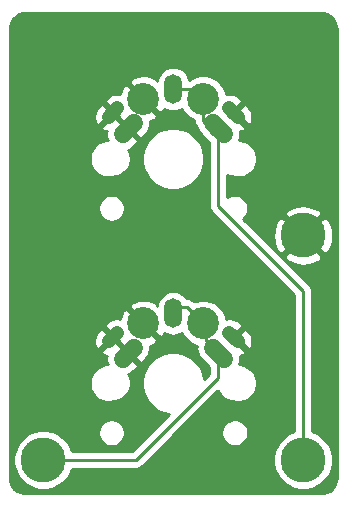
<source format=gbr>
G04 #@! TF.GenerationSoftware,KiCad,Pcbnew,(5.1.2)-2*
G04 #@! TF.CreationDate,2020-04-16T23:41:48+09:00*
G04 #@! TF.ProjectId,17mm ProMicro Cover,31376d6d-2050-4726-9f4d-6963726f2043,rev?*
G04 #@! TF.SameCoordinates,Original*
G04 #@! TF.FileFunction,Copper,L1,Top*
G04 #@! TF.FilePolarity,Positive*
%FSLAX46Y46*%
G04 Gerber Fmt 4.6, Leading zero omitted, Abs format (unit mm)*
G04 Created by KiCad (PCBNEW (5.1.2)-2) date 2020-04-16 23:41:48*
%MOMM*%
%LPD*%
G04 APERTURE LIST*
%ADD10C,3.800000*%
%ADD11O,1.500000X2.500000*%
%ADD12C,1.200000*%
%ADD13C,1.200000*%
%ADD14C,1.500000*%
%ADD15C,1.500000*%
%ADD16C,2.700000*%
%ADD17C,0.250000*%
%ADD18C,0.254000*%
G04 APERTURE END LIST*
D10*
X165500000Y-118500000D03*
X165500000Y-99500000D03*
X143500000Y-118500000D03*
D11*
X154500000Y-87100000D03*
D12*
X159600000Y-89100000D03*
D13*
X159246447Y-88746447D02*
X159953553Y-89453553D01*
D12*
X149400000Y-89100000D03*
D13*
X149046447Y-89453553D02*
X149753553Y-88746447D01*
D14*
X150690000Y-90460000D03*
D15*
X150230381Y-90919619D02*
X151149619Y-90000381D01*
D14*
X158310000Y-90460000D03*
D15*
X157850381Y-90000381D02*
X158769619Y-90919619D01*
D16*
X151960000Y-87920000D03*
X157040000Y-87920000D03*
X157040000Y-106920000D03*
X151960000Y-106920000D03*
D14*
X158310000Y-109460000D03*
D15*
X157850381Y-109000381D02*
X158769619Y-109919619D01*
D14*
X150690000Y-109460000D03*
D15*
X150230381Y-109919619D02*
X151149619Y-109000381D01*
D12*
X149400000Y-108100000D03*
D13*
X149046447Y-108453553D02*
X149753553Y-107746447D01*
D12*
X159600000Y-108100000D03*
D13*
X159246447Y-107746447D02*
X159953553Y-108453553D01*
D11*
X154500000Y-106100000D03*
D17*
X156220000Y-87100000D02*
X157040000Y-87920000D01*
X154500000Y-87100000D02*
X156220000Y-87100000D01*
X157670812Y-90460000D02*
X158310000Y-90460000D01*
X157040000Y-89829188D02*
X157670812Y-90460000D01*
X157040000Y-87920000D02*
X157040000Y-89829188D01*
X165500000Y-115812995D02*
X165500000Y-118500000D01*
X165500000Y-104201002D02*
X165500000Y-115812995D01*
X158310000Y-97011002D02*
X165500000Y-104201002D01*
X158310000Y-90460000D02*
X158310000Y-97011002D01*
X158310000Y-110609282D02*
X158310000Y-109460000D01*
X158310000Y-111530998D02*
X158310000Y-110609282D01*
X151340998Y-118500000D02*
X158310000Y-111530998D01*
X143500000Y-118500000D02*
X151340998Y-118500000D01*
X157249341Y-107129341D02*
X157040000Y-106920000D01*
X157249341Y-108399341D02*
X157249341Y-107129341D01*
X158310000Y-109460000D02*
X157249341Y-108399341D01*
X155029999Y-105570001D02*
X154500000Y-106100000D01*
X155690001Y-105570001D02*
X155029999Y-105570001D01*
X157040000Y-106920000D02*
X155690001Y-105570001D01*
D18*
G36*
X167259659Y-80688625D02*
G01*
X167509429Y-80764035D01*
X167739792Y-80886522D01*
X167941980Y-81051422D01*
X168108286Y-81252450D01*
X168232378Y-81481954D01*
X168309531Y-81731195D01*
X168340000Y-82021089D01*
X168340001Y-119967711D01*
X168311375Y-120259660D01*
X168235965Y-120509429D01*
X168113477Y-120739794D01*
X167948579Y-120941979D01*
X167747546Y-121108288D01*
X167518046Y-121232378D01*
X167268805Y-121309531D01*
X166978911Y-121340000D01*
X142032279Y-121340000D01*
X141740340Y-121311375D01*
X141490571Y-121235965D01*
X141260206Y-121113477D01*
X141058021Y-120948579D01*
X140891712Y-120747546D01*
X140767622Y-120518046D01*
X140690469Y-120268805D01*
X140660000Y-119978911D01*
X140660000Y-118250324D01*
X140965000Y-118250324D01*
X140965000Y-118749676D01*
X141062418Y-119239432D01*
X141253512Y-119700773D01*
X141530937Y-120115968D01*
X141884032Y-120469063D01*
X142299227Y-120746488D01*
X142760568Y-120937582D01*
X143250324Y-121035000D01*
X143749676Y-121035000D01*
X144239432Y-120937582D01*
X144700773Y-120746488D01*
X145115968Y-120469063D01*
X145469063Y-120115968D01*
X145746488Y-119700773D01*
X145929062Y-119260000D01*
X151303676Y-119260000D01*
X151340998Y-119263676D01*
X151378320Y-119260000D01*
X151378331Y-119260000D01*
X151489984Y-119249003D01*
X151633245Y-119205546D01*
X151765274Y-119134974D01*
X151880999Y-119040001D01*
X151904802Y-119010997D01*
X154827587Y-116088212D01*
X158585000Y-116088212D01*
X158585000Y-116311788D01*
X158628617Y-116531067D01*
X158714176Y-116737624D01*
X158838388Y-116923520D01*
X158996480Y-117081612D01*
X159182376Y-117205824D01*
X159388933Y-117291383D01*
X159608212Y-117335000D01*
X159831788Y-117335000D01*
X160051067Y-117291383D01*
X160257624Y-117205824D01*
X160443520Y-117081612D01*
X160601612Y-116923520D01*
X160725824Y-116737624D01*
X160811383Y-116531067D01*
X160855000Y-116311788D01*
X160855000Y-116088212D01*
X160811383Y-115868933D01*
X160725824Y-115662376D01*
X160601612Y-115476480D01*
X160443520Y-115318388D01*
X160257624Y-115194176D01*
X160051067Y-115108617D01*
X159831788Y-115065000D01*
X159608212Y-115065000D01*
X159388933Y-115108617D01*
X159182376Y-115194176D01*
X158996480Y-115318388D01*
X158838388Y-115476480D01*
X158714176Y-115662376D01*
X158628617Y-115868933D01*
X158585000Y-116088212D01*
X154827587Y-116088212D01*
X158248891Y-112666909D01*
X158264010Y-112703411D01*
X158426525Y-112946632D01*
X158633368Y-113153475D01*
X158876589Y-113315990D01*
X159146842Y-113427932D01*
X159433740Y-113485000D01*
X159443303Y-113485000D01*
X159537673Y-113524089D01*
X159843891Y-113585000D01*
X160156109Y-113585000D01*
X160462327Y-113524089D01*
X160750779Y-113404609D01*
X161010379Y-113231150D01*
X161231150Y-113010379D01*
X161404609Y-112750779D01*
X161524089Y-112462327D01*
X161585000Y-112156109D01*
X161585000Y-111843891D01*
X161524089Y-111537673D01*
X161404609Y-111249221D01*
X161231150Y-110989621D01*
X161010379Y-110768850D01*
X160750779Y-110595391D01*
X160462327Y-110475911D01*
X160156109Y-110415000D01*
X160066667Y-110415000D01*
X160134579Y-110191126D01*
X160161319Y-109919619D01*
X160137423Y-109676986D01*
X160319048Y-109640046D01*
X160543499Y-109545944D01*
X160572875Y-109522042D01*
X160619458Y-109299063D01*
X159600000Y-108279605D01*
X159585858Y-108293748D01*
X159406253Y-108114143D01*
X159420395Y-108100000D01*
X159779605Y-108100000D01*
X160799063Y-109119458D01*
X161022042Y-109072875D01*
X161045944Y-109043499D01*
X161140046Y-108819048D01*
X161188552Y-108580553D01*
X161189599Y-108337176D01*
X161143145Y-108098272D01*
X161050975Y-107873021D01*
X160916633Y-107670079D01*
X160563079Y-107316526D01*
X159779605Y-108100000D01*
X159420395Y-108100000D01*
X159406253Y-108085858D01*
X159585858Y-107906253D01*
X159600000Y-107920395D01*
X160383474Y-107136921D01*
X160029921Y-106783367D01*
X159826979Y-106649025D01*
X159601728Y-106556855D01*
X159362824Y-106510401D01*
X159119447Y-106511448D01*
X158987943Y-106538194D01*
X158948718Y-106340997D01*
X158799085Y-105979750D01*
X158581851Y-105654636D01*
X158305364Y-105378149D01*
X157980250Y-105160915D01*
X157619003Y-105011282D01*
X157235505Y-104935000D01*
X156844495Y-104935000D01*
X156460997Y-105011282D01*
X156280745Y-105085944D01*
X156253805Y-105059004D01*
X156230002Y-105030000D01*
X156114277Y-104935027D01*
X155982248Y-104864455D01*
X155838987Y-104820998D01*
X155727334Y-104810001D01*
X155727323Y-104810001D01*
X155690001Y-104806325D01*
X155652679Y-104810001D01*
X155643360Y-104810001D01*
X155484080Y-104615919D01*
X155273187Y-104442843D01*
X155032580Y-104314236D01*
X154771506Y-104235040D01*
X154500000Y-104208299D01*
X154228493Y-104235040D01*
X153967419Y-104314236D01*
X153726812Y-104442843D01*
X153515919Y-104615920D01*
X153342843Y-104826813D01*
X153214236Y-105067420D01*
X153135040Y-105328494D01*
X153123607Y-105444579D01*
X153027276Y-105234956D01*
X152678033Y-105059118D01*
X152301196Y-104954793D01*
X151911247Y-104925991D01*
X151523172Y-104973816D01*
X151151884Y-105096432D01*
X150892724Y-105234956D01*
X150754767Y-105535162D01*
X151960000Y-106740395D01*
X151974143Y-106726253D01*
X152153748Y-106905858D01*
X152139605Y-106920000D01*
X153344838Y-108125233D01*
X153645044Y-107987276D01*
X153753676Y-107771515D01*
X153967420Y-107885764D01*
X154228494Y-107964960D01*
X154500000Y-107991701D01*
X154771507Y-107964960D01*
X155032581Y-107885764D01*
X155244553Y-107772463D01*
X155280915Y-107860250D01*
X155498149Y-108185364D01*
X155774636Y-108461851D01*
X156099750Y-108679085D01*
X156460997Y-108828718D01*
X156475307Y-108831564D01*
X156458681Y-109000381D01*
X156485421Y-109271888D01*
X156564617Y-109532961D01*
X156693225Y-109773569D01*
X156822929Y-109931614D01*
X157550001Y-110658686D01*
X157550000Y-111216196D01*
X157116870Y-111649327D01*
X157033739Y-111231399D01*
X156835107Y-110751859D01*
X156546738Y-110320285D01*
X156179715Y-109953262D01*
X155748141Y-109664893D01*
X155268601Y-109466261D01*
X154759525Y-109365000D01*
X154240475Y-109365000D01*
X153731399Y-109466261D01*
X153251859Y-109664893D01*
X152820285Y-109953262D01*
X152453262Y-110320285D01*
X152164893Y-110751859D01*
X151966261Y-111231399D01*
X151865000Y-111740475D01*
X151865000Y-112259525D01*
X151966261Y-112768601D01*
X152164893Y-113248141D01*
X152453262Y-113679715D01*
X152820285Y-114046738D01*
X153251859Y-114335107D01*
X153731399Y-114533739D01*
X154149327Y-114616870D01*
X151026197Y-117740000D01*
X145929062Y-117740000D01*
X145746488Y-117299227D01*
X145469063Y-116884032D01*
X145115968Y-116530937D01*
X144700773Y-116253512D01*
X144301705Y-116088212D01*
X148145000Y-116088212D01*
X148145000Y-116311788D01*
X148188617Y-116531067D01*
X148274176Y-116737624D01*
X148398388Y-116923520D01*
X148556480Y-117081612D01*
X148742376Y-117205824D01*
X148948933Y-117291383D01*
X149168212Y-117335000D01*
X149391788Y-117335000D01*
X149611067Y-117291383D01*
X149817624Y-117205824D01*
X150003520Y-117081612D01*
X150161612Y-116923520D01*
X150285824Y-116737624D01*
X150371383Y-116531067D01*
X150415000Y-116311788D01*
X150415000Y-116088212D01*
X150371383Y-115868933D01*
X150285824Y-115662376D01*
X150161612Y-115476480D01*
X150003520Y-115318388D01*
X149817624Y-115194176D01*
X149611067Y-115108617D01*
X149391788Y-115065000D01*
X149168212Y-115065000D01*
X148948933Y-115108617D01*
X148742376Y-115194176D01*
X148556480Y-115318388D01*
X148398388Y-115476480D01*
X148274176Y-115662376D01*
X148188617Y-115868933D01*
X148145000Y-116088212D01*
X144301705Y-116088212D01*
X144239432Y-116062418D01*
X143749676Y-115965000D01*
X143250324Y-115965000D01*
X142760568Y-116062418D01*
X142299227Y-116253512D01*
X141884032Y-116530937D01*
X141530937Y-116884032D01*
X141253512Y-117299227D01*
X141062418Y-117760568D01*
X140965000Y-118250324D01*
X140660000Y-118250324D01*
X140660000Y-111843891D01*
X147415000Y-111843891D01*
X147415000Y-112156109D01*
X147475911Y-112462327D01*
X147595391Y-112750779D01*
X147768850Y-113010379D01*
X147989621Y-113231150D01*
X148249221Y-113404609D01*
X148537673Y-113524089D01*
X148843891Y-113585000D01*
X149156109Y-113585000D01*
X149462327Y-113524089D01*
X149556697Y-113485000D01*
X149566260Y-113485000D01*
X149853158Y-113427932D01*
X150123411Y-113315990D01*
X150366632Y-113153475D01*
X150573475Y-112946632D01*
X150735990Y-112703411D01*
X150847932Y-112433158D01*
X150905000Y-112146260D01*
X150905000Y-111853740D01*
X150847932Y-111566842D01*
X150735990Y-111296589D01*
X150690115Y-111227932D01*
X150894249Y-111141762D01*
X151119921Y-110988765D01*
X151579540Y-110529145D01*
X150690000Y-109639605D01*
X150675858Y-109653748D01*
X150496253Y-109474143D01*
X150510395Y-109460000D01*
X150148474Y-109098079D01*
X150183474Y-109063079D01*
X149400000Y-108279605D01*
X148380542Y-109299063D01*
X148427125Y-109522042D01*
X148456501Y-109545944D01*
X148680952Y-109640046D01*
X148867005Y-109677886D01*
X148847217Y-109773979D01*
X148845381Y-110046619D01*
X148896770Y-110314379D01*
X148937657Y-110415000D01*
X148843891Y-110415000D01*
X148537673Y-110475911D01*
X148249221Y-110595391D01*
X147989621Y-110768850D01*
X147768850Y-110989621D01*
X147595391Y-111249221D01*
X147475911Y-111537673D01*
X147415000Y-111843891D01*
X140660000Y-111843891D01*
X140660000Y-108337176D01*
X147810401Y-108337176D01*
X147811448Y-108580553D01*
X147859954Y-108819048D01*
X147954056Y-109043499D01*
X147977958Y-109072875D01*
X148200937Y-109119458D01*
X149220395Y-108100000D01*
X148436921Y-107316526D01*
X148083367Y-107670079D01*
X147949025Y-107873021D01*
X147856855Y-108098272D01*
X147810401Y-108337176D01*
X140660000Y-108337176D01*
X140660000Y-107136921D01*
X148616526Y-107136921D01*
X149400000Y-107920395D01*
X149414143Y-107906253D01*
X149593748Y-108085858D01*
X149579605Y-108100000D01*
X149835460Y-108355855D01*
X149800460Y-108390855D01*
X150690000Y-109280395D01*
X150704143Y-109266253D01*
X150883748Y-109445858D01*
X150869605Y-109460000D01*
X151759145Y-110349540D01*
X152218765Y-109889921D01*
X152371762Y-109664249D01*
X152477793Y-109413064D01*
X152532783Y-109146021D01*
X152534619Y-108873381D01*
X152525107Y-108823820D01*
X152768116Y-108743568D01*
X153027276Y-108605044D01*
X153165233Y-108304838D01*
X151960000Y-107099605D01*
X151945858Y-107113748D01*
X151766253Y-106934143D01*
X151780395Y-106920000D01*
X150575162Y-105714767D01*
X150274956Y-105852724D01*
X150099118Y-106201967D01*
X150006357Y-106537034D01*
X149880553Y-106511448D01*
X149637176Y-106510401D01*
X149398272Y-106556855D01*
X149173021Y-106649025D01*
X148970079Y-106783367D01*
X148616526Y-107136921D01*
X140660000Y-107136921D01*
X140660000Y-97088212D01*
X148145000Y-97088212D01*
X148145000Y-97311788D01*
X148188617Y-97531067D01*
X148274176Y-97737624D01*
X148398388Y-97923520D01*
X148556480Y-98081612D01*
X148742376Y-98205824D01*
X148948933Y-98291383D01*
X149168212Y-98335000D01*
X149391788Y-98335000D01*
X149611067Y-98291383D01*
X149817624Y-98205824D01*
X150003520Y-98081612D01*
X150161612Y-97923520D01*
X150285824Y-97737624D01*
X150371383Y-97531067D01*
X150415000Y-97311788D01*
X150415000Y-97088212D01*
X150371383Y-96868933D01*
X150285824Y-96662376D01*
X150161612Y-96476480D01*
X150003520Y-96318388D01*
X149817624Y-96194176D01*
X149611067Y-96108617D01*
X149391788Y-96065000D01*
X149168212Y-96065000D01*
X148948933Y-96108617D01*
X148742376Y-96194176D01*
X148556480Y-96318388D01*
X148398388Y-96476480D01*
X148274176Y-96662376D01*
X148188617Y-96868933D01*
X148145000Y-97088212D01*
X140660000Y-97088212D01*
X140660000Y-92843891D01*
X147415000Y-92843891D01*
X147415000Y-93156109D01*
X147475911Y-93462327D01*
X147595391Y-93750779D01*
X147768850Y-94010379D01*
X147989621Y-94231150D01*
X148249221Y-94404609D01*
X148537673Y-94524089D01*
X148843891Y-94585000D01*
X149156109Y-94585000D01*
X149462327Y-94524089D01*
X149556697Y-94485000D01*
X149566260Y-94485000D01*
X149853158Y-94427932D01*
X150123411Y-94315990D01*
X150366632Y-94153475D01*
X150573475Y-93946632D01*
X150735990Y-93703411D01*
X150847932Y-93433158D01*
X150905000Y-93146260D01*
X150905000Y-92853740D01*
X150882471Y-92740475D01*
X151865000Y-92740475D01*
X151865000Y-93259525D01*
X151966261Y-93768601D01*
X152164893Y-94248141D01*
X152453262Y-94679715D01*
X152820285Y-95046738D01*
X153251859Y-95335107D01*
X153731399Y-95533739D01*
X154240475Y-95635000D01*
X154759525Y-95635000D01*
X155268601Y-95533739D01*
X155748141Y-95335107D01*
X156179715Y-95046738D01*
X156546738Y-94679715D01*
X156835107Y-94248141D01*
X157033739Y-93768601D01*
X157135000Y-93259525D01*
X157135000Y-92740475D01*
X157033739Y-92231399D01*
X156835107Y-91751859D01*
X156546738Y-91320285D01*
X156179715Y-90953262D01*
X155748141Y-90664893D01*
X155268601Y-90466261D01*
X154759525Y-90365000D01*
X154240475Y-90365000D01*
X153731399Y-90466261D01*
X153251859Y-90664893D01*
X152820285Y-90953262D01*
X152453262Y-91320285D01*
X152164893Y-91751859D01*
X151966261Y-92231399D01*
X151865000Y-92740475D01*
X150882471Y-92740475D01*
X150847932Y-92566842D01*
X150735990Y-92296589D01*
X150690115Y-92227932D01*
X150894249Y-92141762D01*
X151119921Y-91988765D01*
X151579540Y-91529145D01*
X150690000Y-90639605D01*
X150675858Y-90653748D01*
X150496253Y-90474143D01*
X150510395Y-90460000D01*
X150148474Y-90098079D01*
X150183474Y-90063079D01*
X149400000Y-89279605D01*
X148380542Y-90299063D01*
X148427125Y-90522042D01*
X148456501Y-90545944D01*
X148680952Y-90640046D01*
X148867005Y-90677886D01*
X148847217Y-90773979D01*
X148845381Y-91046619D01*
X148896770Y-91314379D01*
X148937657Y-91415000D01*
X148843891Y-91415000D01*
X148537673Y-91475911D01*
X148249221Y-91595391D01*
X147989621Y-91768850D01*
X147768850Y-91989621D01*
X147595391Y-92249221D01*
X147475911Y-92537673D01*
X147415000Y-92843891D01*
X140660000Y-92843891D01*
X140660000Y-89337176D01*
X147810401Y-89337176D01*
X147811448Y-89580553D01*
X147859954Y-89819048D01*
X147954056Y-90043499D01*
X147977958Y-90072875D01*
X148200937Y-90119458D01*
X149220395Y-89100000D01*
X148436921Y-88316526D01*
X148083367Y-88670079D01*
X147949025Y-88873021D01*
X147856855Y-89098272D01*
X147810401Y-89337176D01*
X140660000Y-89337176D01*
X140660000Y-88136921D01*
X148616526Y-88136921D01*
X149400000Y-88920395D01*
X149414143Y-88906253D01*
X149593748Y-89085858D01*
X149579605Y-89100000D01*
X149835460Y-89355855D01*
X149800460Y-89390855D01*
X150690000Y-90280395D01*
X150704143Y-90266253D01*
X150883748Y-90445858D01*
X150869605Y-90460000D01*
X151759145Y-91349540D01*
X152218765Y-90889921D01*
X152371762Y-90664249D01*
X152477793Y-90413064D01*
X152532783Y-90146021D01*
X152534619Y-89873381D01*
X152525107Y-89823820D01*
X152768116Y-89743568D01*
X153027276Y-89605044D01*
X153165233Y-89304838D01*
X151960000Y-88099605D01*
X151945858Y-88113748D01*
X151766253Y-87934143D01*
X151780395Y-87920000D01*
X150575162Y-86714767D01*
X150274956Y-86852724D01*
X150099118Y-87201967D01*
X150006357Y-87537034D01*
X149880553Y-87511448D01*
X149637176Y-87510401D01*
X149398272Y-87556855D01*
X149173021Y-87649025D01*
X148970079Y-87783367D01*
X148616526Y-88136921D01*
X140660000Y-88136921D01*
X140660000Y-86535162D01*
X150754767Y-86535162D01*
X151960000Y-87740395D01*
X151974143Y-87726253D01*
X152153748Y-87905858D01*
X152139605Y-87920000D01*
X153344838Y-89125233D01*
X153645044Y-88987276D01*
X153753676Y-88771515D01*
X153967420Y-88885764D01*
X154228494Y-88964960D01*
X154500000Y-88991701D01*
X154771507Y-88964960D01*
X155032581Y-88885764D01*
X155244553Y-88772463D01*
X155280915Y-88860250D01*
X155498149Y-89185364D01*
X155774636Y-89461851D01*
X156099750Y-89679085D01*
X156280001Y-89753747D01*
X156280001Y-89791856D01*
X156276324Y-89829188D01*
X156290998Y-89978173D01*
X156334454Y-90121434D01*
X156405026Y-90253464D01*
X156476201Y-90340190D01*
X156500000Y-90369189D01*
X156519888Y-90385511D01*
X156564617Y-90532961D01*
X156693225Y-90773569D01*
X156822929Y-90931614D01*
X157550000Y-91658685D01*
X157550001Y-96973670D01*
X157546324Y-97011002D01*
X157560998Y-97159987D01*
X157604454Y-97303248D01*
X157675026Y-97435278D01*
X157746201Y-97522004D01*
X157770000Y-97551003D01*
X157798998Y-97574801D01*
X164740000Y-104515804D01*
X164740001Y-115775653D01*
X164740000Y-115775663D01*
X164740000Y-116070938D01*
X164299227Y-116253512D01*
X163884032Y-116530937D01*
X163530937Y-116884032D01*
X163253512Y-117299227D01*
X163062418Y-117760568D01*
X162965000Y-118250324D01*
X162965000Y-118749676D01*
X163062418Y-119239432D01*
X163253512Y-119700773D01*
X163530937Y-120115968D01*
X163884032Y-120469063D01*
X164299227Y-120746488D01*
X164760568Y-120937582D01*
X165250324Y-121035000D01*
X165749676Y-121035000D01*
X166239432Y-120937582D01*
X166700773Y-120746488D01*
X167115968Y-120469063D01*
X167469063Y-120115968D01*
X167746488Y-119700773D01*
X167937582Y-119239432D01*
X168035000Y-118749676D01*
X168035000Y-118250324D01*
X167937582Y-117760568D01*
X167746488Y-117299227D01*
X167469063Y-116884032D01*
X167115968Y-116530937D01*
X166700773Y-116253512D01*
X166260000Y-116070938D01*
X166260000Y-104238335D01*
X166263677Y-104201002D01*
X166249003Y-104052016D01*
X166205546Y-103908755D01*
X166134974Y-103776726D01*
X166063799Y-103689999D01*
X166040001Y-103661001D01*
X166011004Y-103637204D01*
X163650149Y-101276349D01*
X163903256Y-101276349D01*
X164107362Y-101632867D01*
X164550223Y-101863575D01*
X165029583Y-102003452D01*
X165527021Y-102047123D01*
X166023422Y-101992909D01*
X166499707Y-101842894D01*
X166892638Y-101632867D01*
X167096744Y-101276349D01*
X165500000Y-99679605D01*
X163903256Y-101276349D01*
X163650149Y-101276349D01*
X161900821Y-99527021D01*
X162952877Y-99527021D01*
X163007091Y-100023422D01*
X163157106Y-100499707D01*
X163367133Y-100892638D01*
X163723651Y-101096744D01*
X165320395Y-99500000D01*
X165679605Y-99500000D01*
X167276349Y-101096744D01*
X167632867Y-100892638D01*
X167863575Y-100449777D01*
X168003452Y-99970417D01*
X168047123Y-99472979D01*
X167992909Y-98976578D01*
X167842894Y-98500293D01*
X167632867Y-98107362D01*
X167276349Y-97903256D01*
X165679605Y-99500000D01*
X165320395Y-99500000D01*
X163723651Y-97903256D01*
X163367133Y-98107362D01*
X163136425Y-98550223D01*
X162996548Y-99029583D01*
X162952877Y-99527021D01*
X161900821Y-99527021D01*
X160449466Y-98075666D01*
X160601612Y-97923520D01*
X160725824Y-97737624D01*
X160731611Y-97723651D01*
X163903256Y-97723651D01*
X165500000Y-99320395D01*
X167096744Y-97723651D01*
X166892638Y-97367133D01*
X166449777Y-97136425D01*
X165970417Y-96996548D01*
X165472979Y-96952877D01*
X164976578Y-97007091D01*
X164500293Y-97157106D01*
X164107362Y-97367133D01*
X163903256Y-97723651D01*
X160731611Y-97723651D01*
X160811383Y-97531067D01*
X160855000Y-97311788D01*
X160855000Y-97088212D01*
X160811383Y-96868933D01*
X160725824Y-96662376D01*
X160601612Y-96476480D01*
X160443520Y-96318388D01*
X160257624Y-96194176D01*
X160051067Y-96108617D01*
X159831788Y-96065000D01*
X159608212Y-96065000D01*
X159388933Y-96108617D01*
X159182376Y-96194176D01*
X159070000Y-96269263D01*
X159070000Y-94396103D01*
X159146842Y-94427932D01*
X159433740Y-94485000D01*
X159443303Y-94485000D01*
X159537673Y-94524089D01*
X159843891Y-94585000D01*
X160156109Y-94585000D01*
X160462327Y-94524089D01*
X160750779Y-94404609D01*
X161010379Y-94231150D01*
X161231150Y-94010379D01*
X161404609Y-93750779D01*
X161524089Y-93462327D01*
X161585000Y-93156109D01*
X161585000Y-92843891D01*
X161524089Y-92537673D01*
X161404609Y-92249221D01*
X161231150Y-91989621D01*
X161010379Y-91768850D01*
X160750779Y-91595391D01*
X160462327Y-91475911D01*
X160156109Y-91415000D01*
X160066667Y-91415000D01*
X160134579Y-91191126D01*
X160161319Y-90919619D01*
X160137423Y-90676986D01*
X160319048Y-90640046D01*
X160543499Y-90545944D01*
X160572875Y-90522042D01*
X160619458Y-90299063D01*
X159600000Y-89279605D01*
X159585858Y-89293748D01*
X159406253Y-89114143D01*
X159420395Y-89100000D01*
X159779605Y-89100000D01*
X160799063Y-90119458D01*
X161022042Y-90072875D01*
X161045944Y-90043499D01*
X161140046Y-89819048D01*
X161188552Y-89580553D01*
X161189599Y-89337176D01*
X161143145Y-89098272D01*
X161050975Y-88873021D01*
X160916633Y-88670079D01*
X160563079Y-88316526D01*
X159779605Y-89100000D01*
X159420395Y-89100000D01*
X159406253Y-89085858D01*
X159585858Y-88906253D01*
X159600000Y-88920395D01*
X160383474Y-88136921D01*
X160029921Y-87783367D01*
X159826979Y-87649025D01*
X159601728Y-87556855D01*
X159362824Y-87510401D01*
X159119447Y-87511448D01*
X158987943Y-87538194D01*
X158948718Y-87340997D01*
X158799085Y-86979750D01*
X158581851Y-86654636D01*
X158305364Y-86378149D01*
X157980250Y-86160915D01*
X157619003Y-86011282D01*
X157235505Y-85935000D01*
X156844495Y-85935000D01*
X156460997Y-86011282D01*
X156099750Y-86160915D01*
X155862262Y-86319599D01*
X155785764Y-86067419D01*
X155657157Y-85826812D01*
X155484080Y-85615919D01*
X155273187Y-85442843D01*
X155032580Y-85314236D01*
X154771506Y-85235040D01*
X154500000Y-85208299D01*
X154228493Y-85235040D01*
X153967419Y-85314236D01*
X153726812Y-85442843D01*
X153515919Y-85615920D01*
X153342843Y-85826813D01*
X153214236Y-86067420D01*
X153135040Y-86328494D01*
X153123607Y-86444579D01*
X153027276Y-86234956D01*
X152678033Y-86059118D01*
X152301196Y-85954793D01*
X151911247Y-85925991D01*
X151523172Y-85973816D01*
X151151884Y-86096432D01*
X150892724Y-86234956D01*
X150754767Y-86535162D01*
X140660000Y-86535162D01*
X140660000Y-82032279D01*
X140688625Y-81740341D01*
X140764035Y-81490571D01*
X140886522Y-81260208D01*
X141051422Y-81058020D01*
X141252450Y-80891714D01*
X141481954Y-80767622D01*
X141731195Y-80690469D01*
X142021088Y-80660000D01*
X166967721Y-80660000D01*
X167259659Y-80688625D01*
X167259659Y-80688625D01*
G37*
X167259659Y-80688625D02*
X167509429Y-80764035D01*
X167739792Y-80886522D01*
X167941980Y-81051422D01*
X168108286Y-81252450D01*
X168232378Y-81481954D01*
X168309531Y-81731195D01*
X168340000Y-82021089D01*
X168340001Y-119967711D01*
X168311375Y-120259660D01*
X168235965Y-120509429D01*
X168113477Y-120739794D01*
X167948579Y-120941979D01*
X167747546Y-121108288D01*
X167518046Y-121232378D01*
X167268805Y-121309531D01*
X166978911Y-121340000D01*
X142032279Y-121340000D01*
X141740340Y-121311375D01*
X141490571Y-121235965D01*
X141260206Y-121113477D01*
X141058021Y-120948579D01*
X140891712Y-120747546D01*
X140767622Y-120518046D01*
X140690469Y-120268805D01*
X140660000Y-119978911D01*
X140660000Y-118250324D01*
X140965000Y-118250324D01*
X140965000Y-118749676D01*
X141062418Y-119239432D01*
X141253512Y-119700773D01*
X141530937Y-120115968D01*
X141884032Y-120469063D01*
X142299227Y-120746488D01*
X142760568Y-120937582D01*
X143250324Y-121035000D01*
X143749676Y-121035000D01*
X144239432Y-120937582D01*
X144700773Y-120746488D01*
X145115968Y-120469063D01*
X145469063Y-120115968D01*
X145746488Y-119700773D01*
X145929062Y-119260000D01*
X151303676Y-119260000D01*
X151340998Y-119263676D01*
X151378320Y-119260000D01*
X151378331Y-119260000D01*
X151489984Y-119249003D01*
X151633245Y-119205546D01*
X151765274Y-119134974D01*
X151880999Y-119040001D01*
X151904802Y-119010997D01*
X154827587Y-116088212D01*
X158585000Y-116088212D01*
X158585000Y-116311788D01*
X158628617Y-116531067D01*
X158714176Y-116737624D01*
X158838388Y-116923520D01*
X158996480Y-117081612D01*
X159182376Y-117205824D01*
X159388933Y-117291383D01*
X159608212Y-117335000D01*
X159831788Y-117335000D01*
X160051067Y-117291383D01*
X160257624Y-117205824D01*
X160443520Y-117081612D01*
X160601612Y-116923520D01*
X160725824Y-116737624D01*
X160811383Y-116531067D01*
X160855000Y-116311788D01*
X160855000Y-116088212D01*
X160811383Y-115868933D01*
X160725824Y-115662376D01*
X160601612Y-115476480D01*
X160443520Y-115318388D01*
X160257624Y-115194176D01*
X160051067Y-115108617D01*
X159831788Y-115065000D01*
X159608212Y-115065000D01*
X159388933Y-115108617D01*
X159182376Y-115194176D01*
X158996480Y-115318388D01*
X158838388Y-115476480D01*
X158714176Y-115662376D01*
X158628617Y-115868933D01*
X158585000Y-116088212D01*
X154827587Y-116088212D01*
X158248891Y-112666909D01*
X158264010Y-112703411D01*
X158426525Y-112946632D01*
X158633368Y-113153475D01*
X158876589Y-113315990D01*
X159146842Y-113427932D01*
X159433740Y-113485000D01*
X159443303Y-113485000D01*
X159537673Y-113524089D01*
X159843891Y-113585000D01*
X160156109Y-113585000D01*
X160462327Y-113524089D01*
X160750779Y-113404609D01*
X161010379Y-113231150D01*
X161231150Y-113010379D01*
X161404609Y-112750779D01*
X161524089Y-112462327D01*
X161585000Y-112156109D01*
X161585000Y-111843891D01*
X161524089Y-111537673D01*
X161404609Y-111249221D01*
X161231150Y-110989621D01*
X161010379Y-110768850D01*
X160750779Y-110595391D01*
X160462327Y-110475911D01*
X160156109Y-110415000D01*
X160066667Y-110415000D01*
X160134579Y-110191126D01*
X160161319Y-109919619D01*
X160137423Y-109676986D01*
X160319048Y-109640046D01*
X160543499Y-109545944D01*
X160572875Y-109522042D01*
X160619458Y-109299063D01*
X159600000Y-108279605D01*
X159585858Y-108293748D01*
X159406253Y-108114143D01*
X159420395Y-108100000D01*
X159779605Y-108100000D01*
X160799063Y-109119458D01*
X161022042Y-109072875D01*
X161045944Y-109043499D01*
X161140046Y-108819048D01*
X161188552Y-108580553D01*
X161189599Y-108337176D01*
X161143145Y-108098272D01*
X161050975Y-107873021D01*
X160916633Y-107670079D01*
X160563079Y-107316526D01*
X159779605Y-108100000D01*
X159420395Y-108100000D01*
X159406253Y-108085858D01*
X159585858Y-107906253D01*
X159600000Y-107920395D01*
X160383474Y-107136921D01*
X160029921Y-106783367D01*
X159826979Y-106649025D01*
X159601728Y-106556855D01*
X159362824Y-106510401D01*
X159119447Y-106511448D01*
X158987943Y-106538194D01*
X158948718Y-106340997D01*
X158799085Y-105979750D01*
X158581851Y-105654636D01*
X158305364Y-105378149D01*
X157980250Y-105160915D01*
X157619003Y-105011282D01*
X157235505Y-104935000D01*
X156844495Y-104935000D01*
X156460997Y-105011282D01*
X156280745Y-105085944D01*
X156253805Y-105059004D01*
X156230002Y-105030000D01*
X156114277Y-104935027D01*
X155982248Y-104864455D01*
X155838987Y-104820998D01*
X155727334Y-104810001D01*
X155727323Y-104810001D01*
X155690001Y-104806325D01*
X155652679Y-104810001D01*
X155643360Y-104810001D01*
X155484080Y-104615919D01*
X155273187Y-104442843D01*
X155032580Y-104314236D01*
X154771506Y-104235040D01*
X154500000Y-104208299D01*
X154228493Y-104235040D01*
X153967419Y-104314236D01*
X153726812Y-104442843D01*
X153515919Y-104615920D01*
X153342843Y-104826813D01*
X153214236Y-105067420D01*
X153135040Y-105328494D01*
X153123607Y-105444579D01*
X153027276Y-105234956D01*
X152678033Y-105059118D01*
X152301196Y-104954793D01*
X151911247Y-104925991D01*
X151523172Y-104973816D01*
X151151884Y-105096432D01*
X150892724Y-105234956D01*
X150754767Y-105535162D01*
X151960000Y-106740395D01*
X151974143Y-106726253D01*
X152153748Y-106905858D01*
X152139605Y-106920000D01*
X153344838Y-108125233D01*
X153645044Y-107987276D01*
X153753676Y-107771515D01*
X153967420Y-107885764D01*
X154228494Y-107964960D01*
X154500000Y-107991701D01*
X154771507Y-107964960D01*
X155032581Y-107885764D01*
X155244553Y-107772463D01*
X155280915Y-107860250D01*
X155498149Y-108185364D01*
X155774636Y-108461851D01*
X156099750Y-108679085D01*
X156460997Y-108828718D01*
X156475307Y-108831564D01*
X156458681Y-109000381D01*
X156485421Y-109271888D01*
X156564617Y-109532961D01*
X156693225Y-109773569D01*
X156822929Y-109931614D01*
X157550001Y-110658686D01*
X157550000Y-111216196D01*
X157116870Y-111649327D01*
X157033739Y-111231399D01*
X156835107Y-110751859D01*
X156546738Y-110320285D01*
X156179715Y-109953262D01*
X155748141Y-109664893D01*
X155268601Y-109466261D01*
X154759525Y-109365000D01*
X154240475Y-109365000D01*
X153731399Y-109466261D01*
X153251859Y-109664893D01*
X152820285Y-109953262D01*
X152453262Y-110320285D01*
X152164893Y-110751859D01*
X151966261Y-111231399D01*
X151865000Y-111740475D01*
X151865000Y-112259525D01*
X151966261Y-112768601D01*
X152164893Y-113248141D01*
X152453262Y-113679715D01*
X152820285Y-114046738D01*
X153251859Y-114335107D01*
X153731399Y-114533739D01*
X154149327Y-114616870D01*
X151026197Y-117740000D01*
X145929062Y-117740000D01*
X145746488Y-117299227D01*
X145469063Y-116884032D01*
X145115968Y-116530937D01*
X144700773Y-116253512D01*
X144301705Y-116088212D01*
X148145000Y-116088212D01*
X148145000Y-116311788D01*
X148188617Y-116531067D01*
X148274176Y-116737624D01*
X148398388Y-116923520D01*
X148556480Y-117081612D01*
X148742376Y-117205824D01*
X148948933Y-117291383D01*
X149168212Y-117335000D01*
X149391788Y-117335000D01*
X149611067Y-117291383D01*
X149817624Y-117205824D01*
X150003520Y-117081612D01*
X150161612Y-116923520D01*
X150285824Y-116737624D01*
X150371383Y-116531067D01*
X150415000Y-116311788D01*
X150415000Y-116088212D01*
X150371383Y-115868933D01*
X150285824Y-115662376D01*
X150161612Y-115476480D01*
X150003520Y-115318388D01*
X149817624Y-115194176D01*
X149611067Y-115108617D01*
X149391788Y-115065000D01*
X149168212Y-115065000D01*
X148948933Y-115108617D01*
X148742376Y-115194176D01*
X148556480Y-115318388D01*
X148398388Y-115476480D01*
X148274176Y-115662376D01*
X148188617Y-115868933D01*
X148145000Y-116088212D01*
X144301705Y-116088212D01*
X144239432Y-116062418D01*
X143749676Y-115965000D01*
X143250324Y-115965000D01*
X142760568Y-116062418D01*
X142299227Y-116253512D01*
X141884032Y-116530937D01*
X141530937Y-116884032D01*
X141253512Y-117299227D01*
X141062418Y-117760568D01*
X140965000Y-118250324D01*
X140660000Y-118250324D01*
X140660000Y-111843891D01*
X147415000Y-111843891D01*
X147415000Y-112156109D01*
X147475911Y-112462327D01*
X147595391Y-112750779D01*
X147768850Y-113010379D01*
X147989621Y-113231150D01*
X148249221Y-113404609D01*
X148537673Y-113524089D01*
X148843891Y-113585000D01*
X149156109Y-113585000D01*
X149462327Y-113524089D01*
X149556697Y-113485000D01*
X149566260Y-113485000D01*
X149853158Y-113427932D01*
X150123411Y-113315990D01*
X150366632Y-113153475D01*
X150573475Y-112946632D01*
X150735990Y-112703411D01*
X150847932Y-112433158D01*
X150905000Y-112146260D01*
X150905000Y-111853740D01*
X150847932Y-111566842D01*
X150735990Y-111296589D01*
X150690115Y-111227932D01*
X150894249Y-111141762D01*
X151119921Y-110988765D01*
X151579540Y-110529145D01*
X150690000Y-109639605D01*
X150675858Y-109653748D01*
X150496253Y-109474143D01*
X150510395Y-109460000D01*
X150148474Y-109098079D01*
X150183474Y-109063079D01*
X149400000Y-108279605D01*
X148380542Y-109299063D01*
X148427125Y-109522042D01*
X148456501Y-109545944D01*
X148680952Y-109640046D01*
X148867005Y-109677886D01*
X148847217Y-109773979D01*
X148845381Y-110046619D01*
X148896770Y-110314379D01*
X148937657Y-110415000D01*
X148843891Y-110415000D01*
X148537673Y-110475911D01*
X148249221Y-110595391D01*
X147989621Y-110768850D01*
X147768850Y-110989621D01*
X147595391Y-111249221D01*
X147475911Y-111537673D01*
X147415000Y-111843891D01*
X140660000Y-111843891D01*
X140660000Y-108337176D01*
X147810401Y-108337176D01*
X147811448Y-108580553D01*
X147859954Y-108819048D01*
X147954056Y-109043499D01*
X147977958Y-109072875D01*
X148200937Y-109119458D01*
X149220395Y-108100000D01*
X148436921Y-107316526D01*
X148083367Y-107670079D01*
X147949025Y-107873021D01*
X147856855Y-108098272D01*
X147810401Y-108337176D01*
X140660000Y-108337176D01*
X140660000Y-107136921D01*
X148616526Y-107136921D01*
X149400000Y-107920395D01*
X149414143Y-107906253D01*
X149593748Y-108085858D01*
X149579605Y-108100000D01*
X149835460Y-108355855D01*
X149800460Y-108390855D01*
X150690000Y-109280395D01*
X150704143Y-109266253D01*
X150883748Y-109445858D01*
X150869605Y-109460000D01*
X151759145Y-110349540D01*
X152218765Y-109889921D01*
X152371762Y-109664249D01*
X152477793Y-109413064D01*
X152532783Y-109146021D01*
X152534619Y-108873381D01*
X152525107Y-108823820D01*
X152768116Y-108743568D01*
X153027276Y-108605044D01*
X153165233Y-108304838D01*
X151960000Y-107099605D01*
X151945858Y-107113748D01*
X151766253Y-106934143D01*
X151780395Y-106920000D01*
X150575162Y-105714767D01*
X150274956Y-105852724D01*
X150099118Y-106201967D01*
X150006357Y-106537034D01*
X149880553Y-106511448D01*
X149637176Y-106510401D01*
X149398272Y-106556855D01*
X149173021Y-106649025D01*
X148970079Y-106783367D01*
X148616526Y-107136921D01*
X140660000Y-107136921D01*
X140660000Y-97088212D01*
X148145000Y-97088212D01*
X148145000Y-97311788D01*
X148188617Y-97531067D01*
X148274176Y-97737624D01*
X148398388Y-97923520D01*
X148556480Y-98081612D01*
X148742376Y-98205824D01*
X148948933Y-98291383D01*
X149168212Y-98335000D01*
X149391788Y-98335000D01*
X149611067Y-98291383D01*
X149817624Y-98205824D01*
X150003520Y-98081612D01*
X150161612Y-97923520D01*
X150285824Y-97737624D01*
X150371383Y-97531067D01*
X150415000Y-97311788D01*
X150415000Y-97088212D01*
X150371383Y-96868933D01*
X150285824Y-96662376D01*
X150161612Y-96476480D01*
X150003520Y-96318388D01*
X149817624Y-96194176D01*
X149611067Y-96108617D01*
X149391788Y-96065000D01*
X149168212Y-96065000D01*
X148948933Y-96108617D01*
X148742376Y-96194176D01*
X148556480Y-96318388D01*
X148398388Y-96476480D01*
X148274176Y-96662376D01*
X148188617Y-96868933D01*
X148145000Y-97088212D01*
X140660000Y-97088212D01*
X140660000Y-92843891D01*
X147415000Y-92843891D01*
X147415000Y-93156109D01*
X147475911Y-93462327D01*
X147595391Y-93750779D01*
X147768850Y-94010379D01*
X147989621Y-94231150D01*
X148249221Y-94404609D01*
X148537673Y-94524089D01*
X148843891Y-94585000D01*
X149156109Y-94585000D01*
X149462327Y-94524089D01*
X149556697Y-94485000D01*
X149566260Y-94485000D01*
X149853158Y-94427932D01*
X150123411Y-94315990D01*
X150366632Y-94153475D01*
X150573475Y-93946632D01*
X150735990Y-93703411D01*
X150847932Y-93433158D01*
X150905000Y-93146260D01*
X150905000Y-92853740D01*
X150882471Y-92740475D01*
X151865000Y-92740475D01*
X151865000Y-93259525D01*
X151966261Y-93768601D01*
X152164893Y-94248141D01*
X152453262Y-94679715D01*
X152820285Y-95046738D01*
X153251859Y-95335107D01*
X153731399Y-95533739D01*
X154240475Y-95635000D01*
X154759525Y-95635000D01*
X155268601Y-95533739D01*
X155748141Y-95335107D01*
X156179715Y-95046738D01*
X156546738Y-94679715D01*
X156835107Y-94248141D01*
X157033739Y-93768601D01*
X157135000Y-93259525D01*
X157135000Y-92740475D01*
X157033739Y-92231399D01*
X156835107Y-91751859D01*
X156546738Y-91320285D01*
X156179715Y-90953262D01*
X155748141Y-90664893D01*
X155268601Y-90466261D01*
X154759525Y-90365000D01*
X154240475Y-90365000D01*
X153731399Y-90466261D01*
X153251859Y-90664893D01*
X152820285Y-90953262D01*
X152453262Y-91320285D01*
X152164893Y-91751859D01*
X151966261Y-92231399D01*
X151865000Y-92740475D01*
X150882471Y-92740475D01*
X150847932Y-92566842D01*
X150735990Y-92296589D01*
X150690115Y-92227932D01*
X150894249Y-92141762D01*
X151119921Y-91988765D01*
X151579540Y-91529145D01*
X150690000Y-90639605D01*
X150675858Y-90653748D01*
X150496253Y-90474143D01*
X150510395Y-90460000D01*
X150148474Y-90098079D01*
X150183474Y-90063079D01*
X149400000Y-89279605D01*
X148380542Y-90299063D01*
X148427125Y-90522042D01*
X148456501Y-90545944D01*
X148680952Y-90640046D01*
X148867005Y-90677886D01*
X148847217Y-90773979D01*
X148845381Y-91046619D01*
X148896770Y-91314379D01*
X148937657Y-91415000D01*
X148843891Y-91415000D01*
X148537673Y-91475911D01*
X148249221Y-91595391D01*
X147989621Y-91768850D01*
X147768850Y-91989621D01*
X147595391Y-92249221D01*
X147475911Y-92537673D01*
X147415000Y-92843891D01*
X140660000Y-92843891D01*
X140660000Y-89337176D01*
X147810401Y-89337176D01*
X147811448Y-89580553D01*
X147859954Y-89819048D01*
X147954056Y-90043499D01*
X147977958Y-90072875D01*
X148200937Y-90119458D01*
X149220395Y-89100000D01*
X148436921Y-88316526D01*
X148083367Y-88670079D01*
X147949025Y-88873021D01*
X147856855Y-89098272D01*
X147810401Y-89337176D01*
X140660000Y-89337176D01*
X140660000Y-88136921D01*
X148616526Y-88136921D01*
X149400000Y-88920395D01*
X149414143Y-88906253D01*
X149593748Y-89085858D01*
X149579605Y-89100000D01*
X149835460Y-89355855D01*
X149800460Y-89390855D01*
X150690000Y-90280395D01*
X150704143Y-90266253D01*
X150883748Y-90445858D01*
X150869605Y-90460000D01*
X151759145Y-91349540D01*
X152218765Y-90889921D01*
X152371762Y-90664249D01*
X152477793Y-90413064D01*
X152532783Y-90146021D01*
X152534619Y-89873381D01*
X152525107Y-89823820D01*
X152768116Y-89743568D01*
X153027276Y-89605044D01*
X153165233Y-89304838D01*
X151960000Y-88099605D01*
X151945858Y-88113748D01*
X151766253Y-87934143D01*
X151780395Y-87920000D01*
X150575162Y-86714767D01*
X150274956Y-86852724D01*
X150099118Y-87201967D01*
X150006357Y-87537034D01*
X149880553Y-87511448D01*
X149637176Y-87510401D01*
X149398272Y-87556855D01*
X149173021Y-87649025D01*
X148970079Y-87783367D01*
X148616526Y-88136921D01*
X140660000Y-88136921D01*
X140660000Y-86535162D01*
X150754767Y-86535162D01*
X151960000Y-87740395D01*
X151974143Y-87726253D01*
X152153748Y-87905858D01*
X152139605Y-87920000D01*
X153344838Y-89125233D01*
X153645044Y-88987276D01*
X153753676Y-88771515D01*
X153967420Y-88885764D01*
X154228494Y-88964960D01*
X154500000Y-88991701D01*
X154771507Y-88964960D01*
X155032581Y-88885764D01*
X155244553Y-88772463D01*
X155280915Y-88860250D01*
X155498149Y-89185364D01*
X155774636Y-89461851D01*
X156099750Y-89679085D01*
X156280001Y-89753747D01*
X156280001Y-89791856D01*
X156276324Y-89829188D01*
X156290998Y-89978173D01*
X156334454Y-90121434D01*
X156405026Y-90253464D01*
X156476201Y-90340190D01*
X156500000Y-90369189D01*
X156519888Y-90385511D01*
X156564617Y-90532961D01*
X156693225Y-90773569D01*
X156822929Y-90931614D01*
X157550000Y-91658685D01*
X157550001Y-96973670D01*
X157546324Y-97011002D01*
X157560998Y-97159987D01*
X157604454Y-97303248D01*
X157675026Y-97435278D01*
X157746201Y-97522004D01*
X157770000Y-97551003D01*
X157798998Y-97574801D01*
X164740000Y-104515804D01*
X164740001Y-115775653D01*
X164740000Y-115775663D01*
X164740000Y-116070938D01*
X164299227Y-116253512D01*
X163884032Y-116530937D01*
X163530937Y-116884032D01*
X163253512Y-117299227D01*
X163062418Y-117760568D01*
X162965000Y-118250324D01*
X162965000Y-118749676D01*
X163062418Y-119239432D01*
X163253512Y-119700773D01*
X163530937Y-120115968D01*
X163884032Y-120469063D01*
X164299227Y-120746488D01*
X164760568Y-120937582D01*
X165250324Y-121035000D01*
X165749676Y-121035000D01*
X166239432Y-120937582D01*
X166700773Y-120746488D01*
X167115968Y-120469063D01*
X167469063Y-120115968D01*
X167746488Y-119700773D01*
X167937582Y-119239432D01*
X168035000Y-118749676D01*
X168035000Y-118250324D01*
X167937582Y-117760568D01*
X167746488Y-117299227D01*
X167469063Y-116884032D01*
X167115968Y-116530937D01*
X166700773Y-116253512D01*
X166260000Y-116070938D01*
X166260000Y-104238335D01*
X166263677Y-104201002D01*
X166249003Y-104052016D01*
X166205546Y-103908755D01*
X166134974Y-103776726D01*
X166063799Y-103689999D01*
X166040001Y-103661001D01*
X166011004Y-103637204D01*
X163650149Y-101276349D01*
X163903256Y-101276349D01*
X164107362Y-101632867D01*
X164550223Y-101863575D01*
X165029583Y-102003452D01*
X165527021Y-102047123D01*
X166023422Y-101992909D01*
X166499707Y-101842894D01*
X166892638Y-101632867D01*
X167096744Y-101276349D01*
X165500000Y-99679605D01*
X163903256Y-101276349D01*
X163650149Y-101276349D01*
X161900821Y-99527021D01*
X162952877Y-99527021D01*
X163007091Y-100023422D01*
X163157106Y-100499707D01*
X163367133Y-100892638D01*
X163723651Y-101096744D01*
X165320395Y-99500000D01*
X165679605Y-99500000D01*
X167276349Y-101096744D01*
X167632867Y-100892638D01*
X167863575Y-100449777D01*
X168003452Y-99970417D01*
X168047123Y-99472979D01*
X167992909Y-98976578D01*
X167842894Y-98500293D01*
X167632867Y-98107362D01*
X167276349Y-97903256D01*
X165679605Y-99500000D01*
X165320395Y-99500000D01*
X163723651Y-97903256D01*
X163367133Y-98107362D01*
X163136425Y-98550223D01*
X162996548Y-99029583D01*
X162952877Y-99527021D01*
X161900821Y-99527021D01*
X160449466Y-98075666D01*
X160601612Y-97923520D01*
X160725824Y-97737624D01*
X160731611Y-97723651D01*
X163903256Y-97723651D01*
X165500000Y-99320395D01*
X167096744Y-97723651D01*
X166892638Y-97367133D01*
X166449777Y-97136425D01*
X165970417Y-96996548D01*
X165472979Y-96952877D01*
X164976578Y-97007091D01*
X164500293Y-97157106D01*
X164107362Y-97367133D01*
X163903256Y-97723651D01*
X160731611Y-97723651D01*
X160811383Y-97531067D01*
X160855000Y-97311788D01*
X160855000Y-97088212D01*
X160811383Y-96868933D01*
X160725824Y-96662376D01*
X160601612Y-96476480D01*
X160443520Y-96318388D01*
X160257624Y-96194176D01*
X160051067Y-96108617D01*
X159831788Y-96065000D01*
X159608212Y-96065000D01*
X159388933Y-96108617D01*
X159182376Y-96194176D01*
X159070000Y-96269263D01*
X159070000Y-94396103D01*
X159146842Y-94427932D01*
X159433740Y-94485000D01*
X159443303Y-94485000D01*
X159537673Y-94524089D01*
X159843891Y-94585000D01*
X160156109Y-94585000D01*
X160462327Y-94524089D01*
X160750779Y-94404609D01*
X161010379Y-94231150D01*
X161231150Y-94010379D01*
X161404609Y-93750779D01*
X161524089Y-93462327D01*
X161585000Y-93156109D01*
X161585000Y-92843891D01*
X161524089Y-92537673D01*
X161404609Y-92249221D01*
X161231150Y-91989621D01*
X161010379Y-91768850D01*
X160750779Y-91595391D01*
X160462327Y-91475911D01*
X160156109Y-91415000D01*
X160066667Y-91415000D01*
X160134579Y-91191126D01*
X160161319Y-90919619D01*
X160137423Y-90676986D01*
X160319048Y-90640046D01*
X160543499Y-90545944D01*
X160572875Y-90522042D01*
X160619458Y-90299063D01*
X159600000Y-89279605D01*
X159585858Y-89293748D01*
X159406253Y-89114143D01*
X159420395Y-89100000D01*
X159779605Y-89100000D01*
X160799063Y-90119458D01*
X161022042Y-90072875D01*
X161045944Y-90043499D01*
X161140046Y-89819048D01*
X161188552Y-89580553D01*
X161189599Y-89337176D01*
X161143145Y-89098272D01*
X161050975Y-88873021D01*
X160916633Y-88670079D01*
X160563079Y-88316526D01*
X159779605Y-89100000D01*
X159420395Y-89100000D01*
X159406253Y-89085858D01*
X159585858Y-88906253D01*
X159600000Y-88920395D01*
X160383474Y-88136921D01*
X160029921Y-87783367D01*
X159826979Y-87649025D01*
X159601728Y-87556855D01*
X159362824Y-87510401D01*
X159119447Y-87511448D01*
X158987943Y-87538194D01*
X158948718Y-87340997D01*
X158799085Y-86979750D01*
X158581851Y-86654636D01*
X158305364Y-86378149D01*
X157980250Y-86160915D01*
X157619003Y-86011282D01*
X157235505Y-85935000D01*
X156844495Y-85935000D01*
X156460997Y-86011282D01*
X156099750Y-86160915D01*
X155862262Y-86319599D01*
X155785764Y-86067419D01*
X155657157Y-85826812D01*
X155484080Y-85615919D01*
X155273187Y-85442843D01*
X155032580Y-85314236D01*
X154771506Y-85235040D01*
X154500000Y-85208299D01*
X154228493Y-85235040D01*
X153967419Y-85314236D01*
X153726812Y-85442843D01*
X153515919Y-85615920D01*
X153342843Y-85826813D01*
X153214236Y-86067420D01*
X153135040Y-86328494D01*
X153123607Y-86444579D01*
X153027276Y-86234956D01*
X152678033Y-86059118D01*
X152301196Y-85954793D01*
X151911247Y-85925991D01*
X151523172Y-85973816D01*
X151151884Y-86096432D01*
X150892724Y-86234956D01*
X150754767Y-86535162D01*
X140660000Y-86535162D01*
X140660000Y-82032279D01*
X140688625Y-81740341D01*
X140764035Y-81490571D01*
X140886522Y-81260208D01*
X141051422Y-81058020D01*
X141252450Y-80891714D01*
X141481954Y-80767622D01*
X141731195Y-80690469D01*
X142021088Y-80660000D01*
X166967721Y-80660000D01*
X167259659Y-80688625D01*
M02*

</source>
